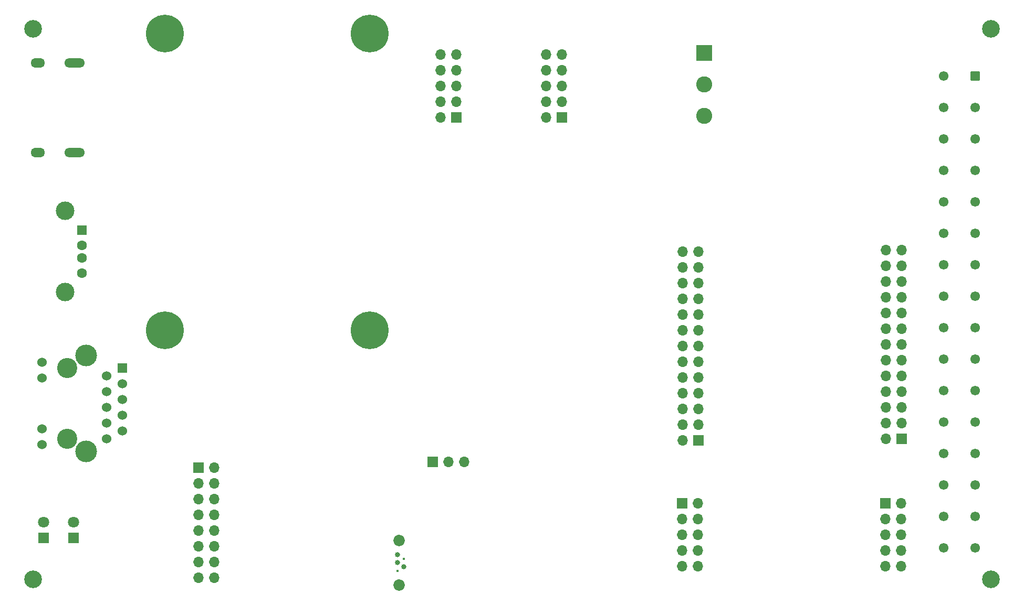
<source format=gbs>
G04 #@! TF.GenerationSoftware,KiCad,Pcbnew,(6.0.9-0)*
G04 #@! TF.CreationDate,2023-02-07T08:34:20+01:00*
G04 #@! TF.ProjectId,Cockpit-CPU-Card,436f636b-7069-4742-9d43-50552d436172,A*
G04 #@! TF.SameCoordinates,Original*
G04 #@! TF.FileFunction,Soldermask,Bot*
G04 #@! TF.FilePolarity,Negative*
%FSLAX46Y46*%
G04 Gerber Fmt 4.6, Leading zero omitted, Abs format (unit mm)*
G04 Created by KiCad (PCBNEW (6.0.9-0)) date 2023-02-07 08:34:20*
%MOMM*%
%LPD*%
G01*
G04 APERTURE LIST*
G04 Aperture macros list*
%AMRoundRect*
0 Rectangle with rounded corners*
0 $1 Rounding radius*
0 $2 $3 $4 $5 $6 $7 $8 $9 X,Y pos of 4 corners*
0 Add a 4 corners polygon primitive as box body*
4,1,4,$2,$3,$4,$5,$6,$7,$8,$9,$2,$3,0*
0 Add four circle primitives for the rounded corners*
1,1,$1+$1,$2,$3*
1,1,$1+$1,$4,$5*
1,1,$1+$1,$6,$7*
1,1,$1+$1,$8,$9*
0 Add four rect primitives between the rounded corners*
20,1,$1+$1,$2,$3,$4,$5,0*
20,1,$1+$1,$4,$5,$6,$7,0*
20,1,$1+$1,$6,$7,$8,$9,0*
20,1,$1+$1,$8,$9,$2,$3,0*%
G04 Aperture macros list end*
%ADD10R,1.700000X1.700000*%
%ADD11O,1.700000X1.700000*%
%ADD12C,0.440000*%
%ADD13C,0.840000*%
%ADD14C,1.850000*%
%ADD15R,1.500000X1.600000*%
%ADD16C,1.600000*%
%ADD17C,3.000000*%
%ADD18C,3.250000*%
%ADD19R,1.524000X1.524000*%
%ADD20C,1.524000*%
%ADD21C,3.500000*%
%ADD22C,6.100000*%
%ADD23C,2.850000*%
%ADD24RoundRect,0.249999X-0.525001X0.525001X-0.525001X-0.525001X0.525001X-0.525001X0.525001X0.525001X0*%
%ADD25C,1.550000*%
%ADD26R,2.600000X2.600000*%
%ADD27C,2.600000*%
%ADD28O,3.300000X1.500000*%
%ADD29O,2.300000X1.500000*%
%ADD30R,1.800000X1.800000*%
%ADD31C,1.800000*%
G04 APERTURE END LIST*
D10*
X158025000Y-69825000D03*
D11*
X155485000Y-69825000D03*
X158025000Y-67285000D03*
X155485000Y-67285000D03*
X158025000Y-64745000D03*
X155485000Y-64745000D03*
X158025000Y-62205000D03*
X155485000Y-62205000D03*
X158025000Y-59665000D03*
X155485000Y-59665000D03*
D10*
X212775000Y-121725000D03*
D11*
X210235000Y-121725000D03*
X212775000Y-119185000D03*
X210235000Y-119185000D03*
X212775000Y-116645000D03*
X210235000Y-116645000D03*
X212775000Y-114105000D03*
X210235000Y-114105000D03*
X212775000Y-111565000D03*
X210235000Y-111565000D03*
X212775000Y-109025000D03*
X210235000Y-109025000D03*
X212775000Y-106485000D03*
X210235000Y-106485000D03*
X212775000Y-103945000D03*
X210235000Y-103945000D03*
X212775000Y-101405000D03*
X210235000Y-101405000D03*
X212775000Y-98865000D03*
X210235000Y-98865000D03*
X212775000Y-96325000D03*
X210235000Y-96325000D03*
X212775000Y-93785000D03*
X210235000Y-93785000D03*
X212775000Y-91245000D03*
X210235000Y-91245000D03*
D10*
X210210000Y-132170000D03*
D11*
X212750000Y-132170000D03*
X210210000Y-134710000D03*
X212750000Y-134710000D03*
X210210000Y-137250000D03*
X212750000Y-137250000D03*
X210210000Y-139790000D03*
X212750000Y-139790000D03*
X210210000Y-142330000D03*
X212750000Y-142330000D03*
D10*
X141025000Y-69820000D03*
D11*
X138485000Y-69820000D03*
X141025000Y-67280000D03*
X138485000Y-67280000D03*
X141025000Y-64740000D03*
X138485000Y-64740000D03*
X141025000Y-62200000D03*
X138485000Y-62200000D03*
X141025000Y-59660000D03*
X138485000Y-59660000D03*
D12*
X131530000Y-143050000D03*
X132530000Y-141100000D03*
D13*
X132530000Y-142400000D03*
X131530000Y-141750000D03*
X131530000Y-140450000D03*
D14*
X131750000Y-145325000D03*
X131750000Y-138175000D03*
D10*
X177460000Y-132125000D03*
D11*
X180000000Y-132125000D03*
X177460000Y-134665000D03*
X180000000Y-134665000D03*
X177460000Y-137205000D03*
X180000000Y-137205000D03*
X177460000Y-139745000D03*
X180000000Y-139745000D03*
X177460000Y-142285000D03*
X180000000Y-142285000D03*
D15*
X80610000Y-88000000D03*
D16*
X80610000Y-90500000D03*
X80610000Y-92500000D03*
X80610000Y-95000000D03*
D17*
X77900000Y-98070000D03*
X77900000Y-84930000D03*
D18*
X78250000Y-121715000D03*
X78250000Y-110285000D03*
D19*
X87140000Y-110285000D03*
D20*
X84600000Y-111555000D03*
X87140000Y-112825000D03*
X84600000Y-114095000D03*
X87140000Y-115365000D03*
X84600000Y-116635000D03*
X87140000Y-117905000D03*
X84600000Y-119175000D03*
X87140000Y-120445000D03*
X84600000Y-121715000D03*
X74186000Y-109370600D03*
X74186000Y-111910600D03*
X74186000Y-120089400D03*
X74186000Y-122629400D03*
D21*
X81298000Y-123747000D03*
X81298000Y-108253000D03*
D22*
X94000000Y-104250000D03*
X94000000Y-56250000D03*
X127000000Y-56250000D03*
X127000000Y-104250000D03*
D23*
X72794000Y-144450000D03*
X72794000Y-55550000D03*
X227206000Y-55550000D03*
X227206000Y-144450000D03*
D24*
X224666000Y-63170000D03*
D25*
X224666000Y-68250000D03*
X224666000Y-73330000D03*
X224666000Y-78410000D03*
X224666000Y-83490000D03*
X224666000Y-88570000D03*
X224666000Y-93650000D03*
X224666000Y-98730000D03*
X224666000Y-103810000D03*
X224666000Y-108890000D03*
X224666000Y-113970000D03*
X224666000Y-119050000D03*
X224666000Y-124130000D03*
X224666000Y-129210000D03*
X224666000Y-134290000D03*
X224666000Y-139370000D03*
X219586000Y-63170000D03*
X219586000Y-68250000D03*
X219586000Y-73330000D03*
X219586000Y-78410000D03*
X219586000Y-83490000D03*
X219586000Y-88570000D03*
X219586000Y-93650000D03*
X219586000Y-98730000D03*
X219586000Y-103810000D03*
X219586000Y-108890000D03*
X219586000Y-113970000D03*
X219586000Y-119050000D03*
X219586000Y-124130000D03*
X219586000Y-129210000D03*
X219586000Y-134290000D03*
X219586000Y-139370000D03*
D10*
X137225000Y-125500000D03*
D11*
X139765000Y-125500000D03*
X142305000Y-125500000D03*
D10*
X99460000Y-126420000D03*
D11*
X102000000Y-126420000D03*
X99460000Y-128960000D03*
X102000000Y-128960000D03*
X99460000Y-131500000D03*
X102000000Y-131500000D03*
X99460000Y-134040000D03*
X102000000Y-134040000D03*
X99460000Y-136580000D03*
X102000000Y-136580000D03*
X99460000Y-139120000D03*
X102000000Y-139120000D03*
X99460000Y-141660000D03*
X102000000Y-141660000D03*
X99460000Y-144200000D03*
X102000000Y-144200000D03*
D26*
X180945000Y-59410000D03*
D27*
X180945000Y-64490000D03*
X180945000Y-69570000D03*
D28*
X79495000Y-75500000D03*
D29*
X73535000Y-61000000D03*
D28*
X79495000Y-61000000D03*
D29*
X73535000Y-75500000D03*
D30*
X74500000Y-137775000D03*
D31*
X74500000Y-135235000D03*
D10*
X180025000Y-121975000D03*
D11*
X177485000Y-121975000D03*
X180025000Y-119435000D03*
X177485000Y-119435000D03*
X180025000Y-116895000D03*
X177485000Y-116895000D03*
X180025000Y-114355000D03*
X177485000Y-114355000D03*
X180025000Y-111815000D03*
X177485000Y-111815000D03*
X180025000Y-109275000D03*
X177485000Y-109275000D03*
X180025000Y-106735000D03*
X177485000Y-106735000D03*
X180025000Y-104195000D03*
X177485000Y-104195000D03*
X180025000Y-101655000D03*
X177485000Y-101655000D03*
X180025000Y-99115000D03*
X177485000Y-99115000D03*
X180025000Y-96575000D03*
X177485000Y-96575000D03*
X180025000Y-94035000D03*
X177485000Y-94035000D03*
X180025000Y-91495000D03*
X177485000Y-91495000D03*
D30*
X79250000Y-137775000D03*
D31*
X79250000Y-135235000D03*
M02*

</source>
